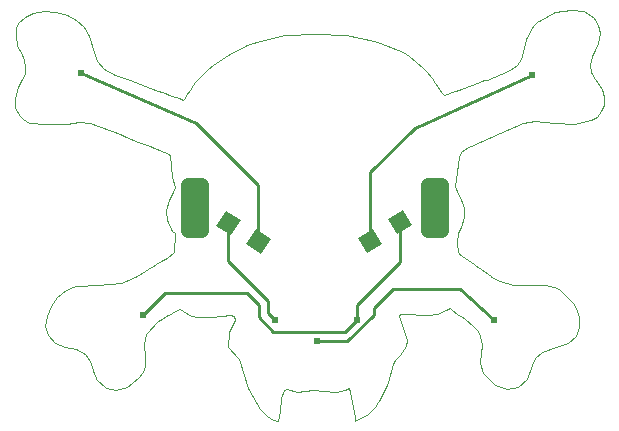
<source format=gtl>
G75*
G70*
%OFA0B0*%
%FSLAX24Y24*%
%IPPOS*%
%LPD*%
%AMOC8*
5,1,8,0,0,1.08239X$1,22.5*
%
%ADD10C,0.0010*%
%ADD11R,0.0591X0.0591*%
%ADD12C,0.0453*%
%ADD13C,0.0240*%
%ADD14C,0.0100*%
D10*
X002813Y001666D02*
X002773Y001794D01*
X002677Y002095D01*
X002502Y002332D01*
X002202Y002485D01*
X001841Y002565D01*
X001498Y002704D01*
X001254Y002972D01*
X001179Y003262D01*
X001215Y003596D01*
X001351Y003934D01*
X001577Y004233D01*
X001868Y004458D01*
X002112Y004565D01*
X002191Y004598D01*
X002926Y004644D01*
X003693Y004687D01*
X003862Y004749D01*
X004222Y004936D01*
X004496Y005090D01*
X004609Y005166D01*
X004763Y005259D01*
X004822Y005299D01*
X004868Y005336D01*
X005046Y005430D01*
X005230Y005537D01*
X005472Y005723D01*
X005486Y006356D01*
X005413Y006444D01*
X005245Y006806D01*
X005202Y007130D01*
X005293Y007457D01*
X005432Y007739D01*
X005482Y007896D01*
X005390Y008224D01*
X005347Y008635D01*
X005334Y008922D01*
X005287Y009005D01*
X004974Y009138D01*
X004888Y009162D01*
X004802Y009186D01*
X004651Y009252D01*
X004472Y009334D01*
X004358Y009372D01*
X004248Y009408D01*
X003876Y009570D01*
X003666Y009655D01*
X003044Y009898D01*
X002939Y009935D01*
X002648Y010029D01*
X002287Y010048D01*
X001893Y010008D01*
X001223Y009993D01*
X000645Y010024D01*
X000436Y010150D01*
X000318Y010268D01*
X000160Y010544D01*
X000160Y010859D01*
X000258Y011216D01*
X000389Y011507D01*
X000483Y011671D01*
X000513Y011894D01*
X000480Y012135D01*
X000348Y012387D01*
X000277Y012532D01*
X000231Y012631D01*
X000185Y012959D01*
X000197Y013204D01*
X000274Y013356D01*
X000482Y013566D01*
X000771Y013702D01*
X001127Y013758D01*
X001538Y013733D01*
X001895Y013635D01*
X002203Y013466D01*
X002455Y013230D01*
X002641Y012933D01*
X002800Y012402D01*
X002897Y012091D01*
X003125Y011827D01*
X003512Y011631D01*
X004008Y011447D01*
X004657Y011208D01*
X004757Y011157D01*
X004821Y011132D01*
X004944Y011093D01*
X005077Y011054D01*
X005150Y011027D01*
X005231Y011001D01*
X005295Y010978D01*
X005393Y010928D01*
X005630Y010848D01*
X005767Y010795D01*
X005820Y010869D01*
X005873Y010961D01*
X005991Y011132D01*
X006109Y011303D01*
X006172Y011390D01*
X006351Y011605D01*
X006583Y011837D01*
X006753Y011968D01*
X007260Y012293D01*
X007909Y012615D01*
X008087Y012691D01*
X008226Y012735D01*
X008324Y012767D01*
X009156Y012964D01*
X010180Y013012D01*
X011206Y012977D01*
X012138Y012763D01*
X012335Y012697D01*
X013097Y012382D01*
X013290Y012275D01*
X013780Y011855D01*
X013859Y011763D01*
X014047Y011532D01*
X014173Y011368D01*
X014388Y011033D01*
X014453Y010974D01*
X014822Y011094D01*
X014954Y011132D01*
X015029Y011154D01*
X015383Y011291D01*
X015720Y011426D01*
X015800Y011447D01*
X015896Y011472D01*
X016367Y011651D01*
X016659Y011781D01*
X016883Y011952D01*
X017033Y012155D01*
X017099Y012384D01*
X017201Y012839D01*
X017433Y013255D01*
X017583Y013417D01*
X017615Y013442D01*
X018154Y013746D01*
X018691Y013803D01*
X019126Y013748D01*
X019480Y013521D01*
X019611Y013288D01*
X019663Y013037D01*
X019606Y012689D01*
X019502Y012471D01*
X019390Y012276D01*
X019336Y011979D01*
X019363Y011724D01*
X019483Y011489D01*
X019733Y011158D01*
X019795Y010880D01*
X019796Y010645D01*
X019703Y010437D01*
X019562Y010240D01*
X019349Y010119D01*
X018813Y009990D01*
X018167Y010026D01*
X017484Y010100D01*
X017101Y010043D01*
X016315Y009686D01*
X016026Y009555D01*
X015374Y009252D01*
X015262Y009214D01*
X015225Y009190D01*
X015152Y009149D01*
X015017Y009079D01*
X014977Y008901D01*
X014867Y008148D01*
X014832Y007931D01*
X014860Y007829D01*
X015071Y007401D01*
X015124Y007204D01*
X015133Y006899D01*
X015037Y006559D01*
X014927Y006347D01*
X014904Y006022D01*
X014915Y005757D01*
X014959Y005664D01*
X015028Y005615D01*
X015075Y005588D01*
X015454Y005324D01*
X015514Y005274D01*
X015541Y005247D01*
X015600Y005221D01*
X016014Y004932D01*
X016039Y004911D01*
X016314Y004773D01*
X016748Y004638D01*
X017208Y004633D01*
X017867Y004634D01*
X018220Y004522D01*
X018320Y004473D01*
X018773Y004029D01*
X018861Y003862D01*
X018953Y003567D01*
X018972Y003242D01*
X018856Y002935D01*
X018613Y002702D01*
X018181Y002567D01*
X017717Y002397D01*
X017510Y002202D01*
X017402Y001950D01*
X017233Y001483D01*
X016935Y001225D01*
X016550Y001159D01*
X016172Y001301D01*
X015763Y001703D01*
X015651Y002021D01*
X015685Y002370D01*
X015721Y002637D01*
X015667Y002937D01*
X015588Y003106D01*
X015437Y003277D01*
X015114Y003520D01*
X014891Y003659D01*
X014744Y003794D01*
X014670Y003862D01*
X014534Y003795D01*
X014228Y003671D01*
X013911Y003624D01*
X013123Y003650D01*
X013000Y003647D01*
X012970Y003600D01*
X013085Y003193D01*
X013216Y002784D01*
X013200Y002599D01*
X012986Y002299D01*
X012835Y002131D01*
X012779Y001996D01*
X012603Y001393D01*
X012571Y001309D01*
X012344Y000827D01*
X012281Y000754D01*
X012256Y000727D01*
X012151Y000558D01*
X011883Y000302D01*
X011582Y000150D01*
X011499Y000111D01*
X011486Y000226D01*
X011362Y000907D01*
X011336Y001069D01*
X011312Y001187D01*
X011174Y001143D01*
X010865Y001073D01*
X010477Y001109D01*
X010094Y001124D01*
X009579Y001077D01*
X009241Y001154D01*
X009144Y001133D01*
X009041Y000859D01*
X008983Y000420D01*
X008940Y000111D01*
X008775Y000133D01*
X008776Y000134D01*
X008552Y000266D01*
X008342Y000482D01*
X007943Y001194D01*
X007633Y002164D01*
X007612Y002201D01*
X007251Y002578D01*
X007295Y003068D01*
X007403Y003269D01*
X007489Y003463D01*
X007459Y003587D01*
X007316Y003636D01*
X007066Y003606D01*
X006650Y003550D01*
X006280Y003566D01*
X006038Y003611D01*
X005924Y003662D01*
X005868Y003698D01*
X005750Y003769D01*
X005657Y003841D01*
X005483Y003750D01*
X005300Y003639D01*
X005256Y003619D01*
X005186Y003586D01*
X005059Y003506D01*
X004914Y003428D01*
X004518Y003011D01*
X004459Y002670D01*
X004491Y002257D01*
X004497Y001932D01*
X004420Y001723D01*
X004258Y001522D01*
X003889Y001220D01*
X003521Y001124D01*
X003189Y001208D01*
X002877Y001510D01*
X002852Y001566D01*
X002813Y001666D01*
D11*
G36*
X008683Y006170D02*
X008370Y005671D01*
X007871Y005984D01*
X008184Y006483D01*
X008683Y006170D01*
G37*
G36*
X007684Y006794D02*
X007371Y006295D01*
X006872Y006608D01*
X007185Y007107D01*
X007684Y006794D01*
G37*
G36*
X011899Y005700D02*
X011586Y006199D01*
X012085Y006512D01*
X012398Y006013D01*
X011899Y005700D01*
G37*
G36*
X012898Y006324D02*
X012585Y006823D01*
X013084Y007136D01*
X013397Y006637D01*
X012898Y006324D01*
G37*
D12*
X013933Y006423D02*
X013933Y007971D01*
X014387Y007971D01*
X014387Y006423D01*
X013933Y006423D01*
X013933Y006875D02*
X014387Y006875D01*
X014387Y007327D02*
X013933Y007327D01*
X013933Y007779D02*
X014387Y007779D01*
X005933Y007971D02*
X005933Y006423D01*
X005933Y007971D02*
X006387Y007971D01*
X006387Y006423D01*
X005933Y006423D01*
X005933Y006875D02*
X006387Y006875D01*
X006387Y007327D02*
X005933Y007327D01*
X005933Y007779D02*
X006387Y007779D01*
D13*
X004441Y003631D03*
X008841Y003471D03*
X010241Y002751D03*
X011561Y003471D03*
X016121Y003471D03*
X017401Y011631D03*
X002361Y011711D03*
D14*
X006201Y010031D01*
X008277Y007955D01*
X008277Y006077D01*
X007278Y006701D02*
X007278Y005434D01*
X008601Y004111D01*
X008601Y003711D01*
X008841Y003471D01*
X008761Y003071D02*
X008281Y003551D01*
X008281Y003951D01*
X007881Y004351D01*
X005161Y004351D01*
X004441Y003631D01*
X008761Y003071D02*
X011161Y003071D01*
X011561Y003471D01*
X011561Y003951D01*
X012991Y005381D01*
X012991Y006730D01*
X011992Y006106D02*
X011992Y008382D01*
X013481Y009871D01*
X017401Y011631D01*
X015001Y004511D02*
X012761Y004511D01*
X012121Y003871D01*
X012121Y003631D01*
X011241Y002751D01*
X010241Y002751D01*
X015001Y004511D02*
X015321Y004191D01*
X016121Y003471D01*
M02*

</source>
